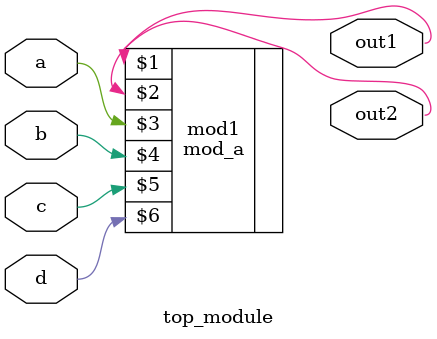
<source format=v>
module top_module ( 
    input a, 
    input b, 
    input c,
    input d,
    output out1,
    output out2
);
    mod_a mod1(out1, out2, a, b, c, d);
endmodule
</source>
